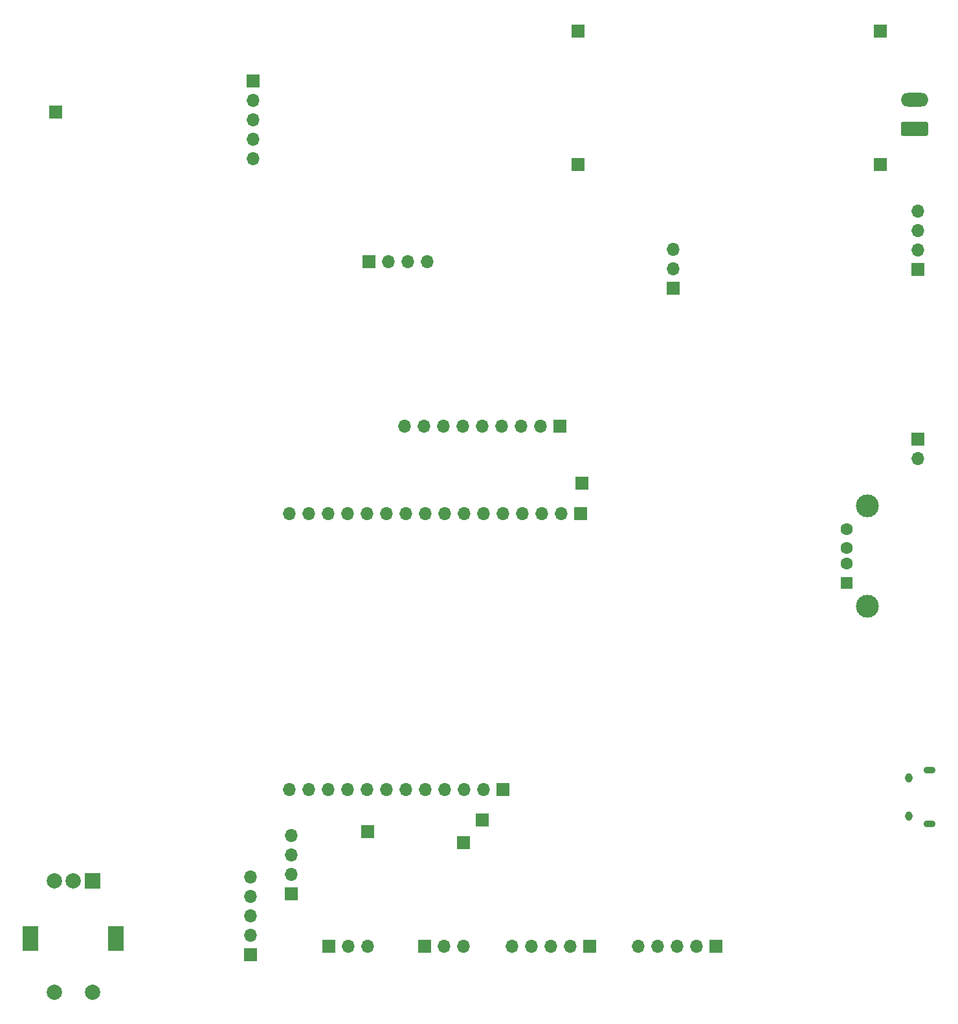
<source format=gbr>
%TF.GenerationSoftware,KiCad,Pcbnew,7.0.5-0*%
%TF.CreationDate,2024-03-26T18:43:31-04:00*%
%TF.ProjectId,PanneauSolaire,50616e6e-6561-4755-936f-6c616972652e,rev?*%
%TF.SameCoordinates,Original*%
%TF.FileFunction,Soldermask,Bot*%
%TF.FilePolarity,Negative*%
%FSLAX46Y46*%
G04 Gerber Fmt 4.6, Leading zero omitted, Abs format (unit mm)*
G04 Created by KiCad (PCBNEW 7.0.5-0) date 2024-03-26 18:43:31*
%MOMM*%
%LPD*%
G01*
G04 APERTURE LIST*
G04 Aperture macros list*
%AMRoundRect*
0 Rectangle with rounded corners*
0 $1 Rounding radius*
0 $2 $3 $4 $5 $6 $7 $8 $9 X,Y pos of 4 corners*
0 Add a 4 corners polygon primitive as box body*
4,1,4,$2,$3,$4,$5,$6,$7,$8,$9,$2,$3,0*
0 Add four circle primitives for the rounded corners*
1,1,$1+$1,$2,$3*
1,1,$1+$1,$4,$5*
1,1,$1+$1,$6,$7*
1,1,$1+$1,$8,$9*
0 Add four rect primitives between the rounded corners*
20,1,$1+$1,$2,$3,$4,$5,0*
20,1,$1+$1,$4,$5,$6,$7,0*
20,1,$1+$1,$6,$7,$8,$9,0*
20,1,$1+$1,$8,$9,$2,$3,0*%
G04 Aperture macros list end*
%ADD10R,1.700000X1.700000*%
%ADD11O,1.700000X1.700000*%
%ADD12R,2.000000X2.000000*%
%ADD13C,2.000000*%
%ADD14R,2.000000X3.200000*%
%ADD15RoundRect,0.250000X1.550000X-0.650000X1.550000X0.650000X-1.550000X0.650000X-1.550000X-0.650000X0*%
%ADD16O,3.600000X1.800000*%
%ADD17R,1.500000X1.600000*%
%ADD18C,1.600000*%
%ADD19C,3.000000*%
%ADD20O,1.550000X0.890000*%
%ADD21O,0.950000X1.250000*%
G04 APERTURE END LIST*
D10*
%TO.C,J19*%
X164500000Y-79225000D03*
D11*
X164500000Y-81765000D03*
%TD*%
D12*
%TO.C,SW2*%
X56500000Y-137000000D03*
D13*
X51500000Y-137000000D03*
X54000000Y-137000000D03*
D14*
X59600000Y-144500000D03*
X48400000Y-144500000D03*
D13*
X51500000Y-151500000D03*
X56500000Y-151500000D03*
%TD*%
D10*
%TO.C,TP4*%
X107500000Y-129000000D03*
%TD*%
%TO.C,J23*%
X120400000Y-89000000D03*
D11*
X117860000Y-89000000D03*
X115320000Y-89000000D03*
X112780000Y-89000000D03*
X110240000Y-89000000D03*
X107700000Y-89000000D03*
X105160000Y-89000000D03*
X102620000Y-89000000D03*
X100080000Y-89000000D03*
X97540000Y-89000000D03*
X95000000Y-89000000D03*
X92460000Y-89000000D03*
X89920000Y-89000000D03*
X87380000Y-89000000D03*
X84840000Y-89000000D03*
X82300000Y-89000000D03*
%TD*%
D10*
%TO.C,J11*%
X138075000Y-145500000D03*
D11*
X135535000Y-145500000D03*
X132995000Y-145500000D03*
X130455000Y-145500000D03*
X127915000Y-145500000D03*
%TD*%
D10*
%TO.C,J15*%
X120050000Y-43362500D03*
%TD*%
%TO.C,TP5*%
X105000000Y-132000000D03*
%TD*%
D15*
%TO.C,J1*%
X164067500Y-38712500D03*
D16*
X164067500Y-34902500D03*
%TD*%
D10*
%TO.C,J17*%
X77200000Y-146660000D03*
D11*
X77200000Y-144120000D03*
X77200000Y-141580000D03*
X77200000Y-139040000D03*
X77200000Y-136500000D03*
%TD*%
D10*
%TO.C,J18*%
X132500000Y-59525000D03*
D11*
X132500000Y-56985000D03*
X132500000Y-54445000D03*
%TD*%
D10*
%TO.C,J10*%
X117650000Y-77500000D03*
D11*
X115110000Y-77500000D03*
X112570000Y-77500000D03*
X110030000Y-77500000D03*
X107490000Y-77500000D03*
X104950000Y-77500000D03*
X102410000Y-77500000D03*
X99870000Y-77500000D03*
X97330000Y-77500000D03*
%TD*%
D10*
%TO.C,J7*%
X87420000Y-145500000D03*
D11*
X89960000Y-145500000D03*
X92500000Y-145500000D03*
%TD*%
D10*
%TO.C,J16*%
X120050000Y-25862500D03*
%TD*%
%TO.C,J3*%
X164500000Y-57040000D03*
D11*
X164500000Y-54500000D03*
X164500000Y-51960000D03*
X164500000Y-49420000D03*
%TD*%
D10*
%TO.C,TP3*%
X120500000Y-85000000D03*
%TD*%
%TO.C,J9*%
X121540000Y-145500000D03*
D11*
X119000000Y-145500000D03*
X116460000Y-145500000D03*
X113920000Y-145500000D03*
X111380000Y-145500000D03*
%TD*%
D10*
%TO.C,J20*%
X77500000Y-32420000D03*
D11*
X77500000Y-34960000D03*
X77500000Y-37500000D03*
X77500000Y-40040000D03*
X77500000Y-42580000D03*
%TD*%
D17*
%TO.C,J13*%
X155140000Y-98000000D03*
D18*
X155140000Y-95500000D03*
X155140000Y-93500000D03*
X155140000Y-91000000D03*
D19*
X157850000Y-101070000D03*
X157850000Y-87930000D03*
%TD*%
D10*
%TO.C,J14*%
X159550000Y-25862500D03*
%TD*%
%TO.C,J21*%
X51680000Y-36460000D03*
%TD*%
%TO.C,J8*%
X82500000Y-138680000D03*
D11*
X82500000Y-136140000D03*
X82500000Y-133600000D03*
X82500000Y-131060000D03*
%TD*%
D20*
%TO.C,J4*%
X166000000Y-129500000D03*
D21*
X163300000Y-128500000D03*
X163300000Y-123500000D03*
D20*
X166000000Y-122500000D03*
%TD*%
D10*
%TO.C,J5*%
X92700000Y-56000000D03*
D11*
X95240000Y-56000000D03*
X97780000Y-56000000D03*
X100320000Y-56000000D03*
%TD*%
D10*
%TO.C,J12*%
X159550000Y-43362500D03*
%TD*%
%TO.C,J6*%
X99920000Y-145500000D03*
D11*
X102460000Y-145500000D03*
X105000000Y-145500000D03*
%TD*%
D10*
%TO.C,TP1*%
X92500000Y-130500000D03*
%TD*%
%TO.C,J22*%
X110180000Y-125000000D03*
D11*
X107640000Y-125000000D03*
X105100000Y-125000000D03*
X102560000Y-125000000D03*
X100020000Y-125000000D03*
X97480000Y-125000000D03*
X94940000Y-125000000D03*
X92400000Y-125000000D03*
X89860000Y-125000000D03*
X87320000Y-125000000D03*
X84780000Y-125000000D03*
X82240000Y-125000000D03*
%TD*%
M02*

</source>
